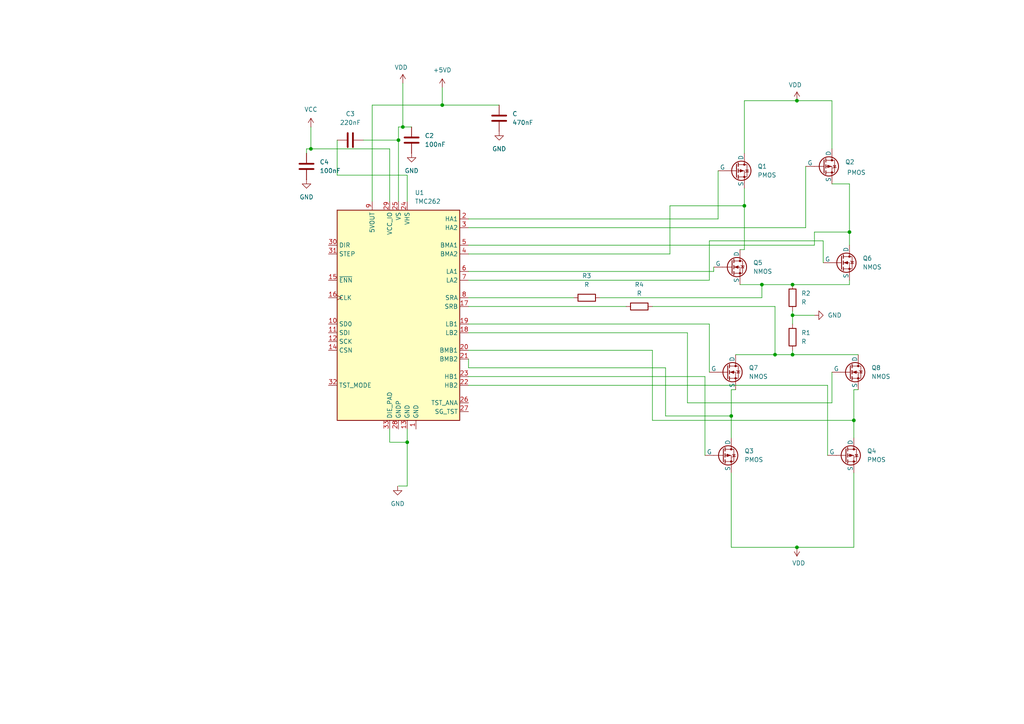
<source format=kicad_sch>
(kicad_sch (version 20231120) (generator "eeschema") (generator_version "8.0")
  (paper "A4")
  (lib_symbols
    (symbol "Device:C" (pin_numbers hide) (pin_names (offset 0.254))
      (property "Reference" "C" (at 0.635 2.54 0))
      (property "Value" "C" (at 0.635 -2.54 0))
      (symbol "C_0_1"
        (polyline (pts (xy -2.032 -0.762) (xy 2.032 -0.762)) (stroke (width 0.508)))
        (polyline (pts (xy -2.032 0.762) (xy 2.032 0.762)) (stroke (width 0.508)))
      )
      (symbol "C_1_1"
        (pin passive line (at 0 3.81 270) (length 2.794) (name "~") (number "1"))
        (pin passive line (at 0 -3.81 90) (length 2.794) (name "~") (number "2"))
      )
    )
    (symbol "Device:R" (pin_numbers hide) (pin_names (offset 0))
      (property "Reference" "R" (at 2.032 0 90))
      (property "Value" "R" (at 0 0 90))
      (symbol "R_0_1"
        (rectangle (start -1.016 -2.54) (end 1.016 2.54) (stroke (width 0.254)))
      )
      (symbol "R_1_1"
        (pin passive line (at 0 3.81 270) (length 1.27) (name "~") (number "1"))
        (pin passive line (at 0 -3.81 90) (length 1.27) (name "~") (number "2"))
      )
    )
    (symbol "Driver_Motor:TMC262"
      (property "Reference" "U" (at 0 0 0))
      (property "Value" "TMC262" (at 0 2.54 0))
      (symbol "TMC262_0_1"
        (rectangle (start -17.78 30.48) (end 17.78 -30.48) (stroke (width 0.254)) (fill (type background)))
      )
      (symbol "TMC262_1_1"
        (pin power_in line (at 5.08 -33.02 90) (length 2.54) (name "GND") (number "1"))
        (pin tri_state line (at -20.32 -2.54 0) (length 2.54) (name "SD0") (number "10"))
        (pin input line (at -20.32 -5.08 0) (length 2.54) (name "SDI") (number "11"))
        (pin input line (at -20.32 -7.62 0) (length 2.54) (name "SCK") (number "12"))
        (pin power_in line (at 2.54 -33.02 90) (length 2.54) (name "GND") (number "13"))
        (pin input line (at -20.32 -10.16 0) (length 2.54) (name "CSN") (number "14"))
        (pin input line (at -20.32 10.16 0) (length 2.54) (name "~{ENN}") (number "15"))
        (pin input clock (at -20.32 5.08 0) (length 2.54) (name "CLK") (number "16"))
        (pin input line (at 20.32 2.54 180) (length 2.54) (name "SRB") (number "17"))
        (pin output line (at 20.32 -5.08 180) (length 2.54) (name "LB2") (number "18"))
        (pin output line (at 20.32 -2.54 180) (length 2.54) (name "LB1") (number "19"))
        (pin output line (at 20.32 27.94 180) (length 2.54) (name "HA1") (number "2"))
        (pin input line (at 20.32 -10.16 180) (length 2.54) (name "BMB1") (number "20"))
        (pin input line (at 20.32 -12.7 180) (length 2.54) (name "BMB2") (number "21"))
        (pin output line (at 20.32 -20.32 180) (length 2.54) (name "HB2") (number "22"))
        (pin output line (at 20.32 -17.78 180) (length 2.54) (name "HB1") (number "23"))
        (pin power_in line (at 2.54 33.02 270) (length 2.54) (name "VHS") (number "24"))
        (pin power_in line (at 0 33.02 270) (length 2.54) (name "VS") (number "25"))
        (pin output line (at 20.32 -25.4 180) (length 2.54) (name "TST_ANA") (number "26"))
        (pin output line (at 20.32 -27.94 180) (length 2.54) (name "SG_TST") (number "27"))
        (pin power_in line (at 0 -33.02 90) (length 2.54) (name "GNDP") (number "28"))
        (pin power_in line (at -2.54 33.02 270) (length 2.54) (name "VCC_IO") (number "29"))
        (pin output line (at 20.32 25.4 180) (length 2.54) (name "HA2") (number "3"))
        (pin input line (at -20.32 20.32 0) (length 2.54) (name "DIR") (number "30"))
        (pin input line (at -20.32 17.78 0) (length 2.54) (name "STEP") (number "31"))
        (pin input line (at -20.32 -20.32 0) (length 2.54) (name "TST_MODE") (number "32"))
        (pin input line (at -2.54 -33.02 90) (length 2.54) (name "DIE_PAD") (number "33"))
        (pin input line (at 20.32 17.78 180) (length 2.54) (name "BMA2") (number "4"))
        (pin input line (at 20.32 20.32 180) (length 2.54) (name "BMA1") (number "5"))
        (pin output line (at 20.32 12.7 180) (length 2.54) (name "LA1") (number "6"))
        (pin output line (at 20.32 10.16 180) (length 2.54) (name "LA2") (number "7"))
        (pin input line (at 20.32 5.08 180) (length 2.54) (name "SRA") (number "8"))
        (pin power_out line (at -7.62 33.02 270) (length 2.54) (name "5VOUT") (number "9"))
      )
    )
    (symbol "Simulation_SPICE:NMOS" (pin_numbers hide) (pin_names (offset 0))
      (property "Reference" "Q" (at 5.08 1.27 0))
      (property "Value" "NMOS" (at 5.08 -1.27 0))
      (symbol "NMOS_0_1"
        (polyline (pts (xy 0.254 0) (xy -2.54 0)))
        (polyline (pts (xy 0.254 1.905) (xy 0.254 -1.905)) (stroke (width 0.254)))
        (polyline (pts (xy 0.762 -1.27) (xy 0.762 -2.286)) (stroke (width 0.254)))
        (polyline (pts (xy 0.762 0.508) (xy 0.762 -0.508)) (stroke (width 0.254)))
        (polyline (pts (xy 0.762 2.286) (xy 0.762 1.27)) (stroke (width 0.254)))
        (polyline (pts (xy 2.54 2.54) (xy 2.54 1.778)))
        (polyline (pts (xy 2.54 -2.54) (xy 2.54 0) (xy 0.762 0)))
        (polyline (pts (xy 0.762 -1.778) (xy 3.302 -1.778) (xy 3.302 1.778) (xy 0.762 1.778)))
        (polyline (pts (xy 1.016 0) (xy 2.032 0.381) (xy 2.032 -0.381) (xy 1.016 0)) (fill (type outline)))
        (polyline (pts (xy 2.794 0.508) (xy 2.921 0.381) (xy 3.683 0.381) (xy 3.81 0.254)))
        (polyline (pts (xy 3.302 0.381) (xy 2.921 -0.254) (xy 3.683 -0.254) (xy 3.302 0.381)))
        (circle (center 1.651 0) (radius 2.794) (stroke (width 0.254)))
        (circle (center 2.54 -1.778) (radius 0.254) (fill (type outline)))
        (circle (center 2.54 1.778) (radius 0.254) (fill (type outline)))
      )
      (symbol "NMOS_1_1"
        (pin passive line (at 2.54 5.08 270) (length 2.54) (name "D") (number "1"))
        (pin input line (at -5.08 0 0) (length 2.54) (name "G") (number "2"))
        (pin passive line (at 2.54 -5.08 90) (length 2.54) (name "S") (number "3"))
      )
    )
    (symbol "Simulation_SPICE:PMOS" (pin_numbers hide) (pin_names (offset 0))
      (property "Reference" "Q" (at 5.08 1.27 0))
      (property "Value" "PMOS" (at 5.08 -1.27 0))
      (symbol "PMOS_0_1"
        (polyline (pts (xy 0.254 0) (xy -2.54 0)))
        (polyline (pts (xy 0.254 1.905) (xy 0.254 -1.905)) (stroke (width 0.254)))
        (polyline (pts (xy 0.762 -1.27) (xy 0.762 -2.286)) (stroke (width 0.254)))
        (polyline (pts (xy 0.762 0.508) (xy 0.762 -0.508)) (stroke (width 0.254)))
        (polyline (pts (xy 0.762 2.286) (xy 0.762 1.27)) (stroke (width 0.254)))
        (polyline (pts (xy 2.54 2.54) (xy 2.54 1.778)))
        (polyline (pts (xy 2.54 -2.54) (xy 2.54 0) (xy 0.762 0)))
        (polyline (pts (xy 0.762 1.778) (xy 3.302 1.778) (xy 3.302 -1.778) (xy 0.762 -1.778)))
        (polyline (pts (xy 2.286 0) (xy 1.27 0.381) (xy 1.27 -0.381) (xy 2.286 0)) (fill (type outline)))
        (polyline (pts (xy 2.794 -0.508) (xy 2.921 -0.381) (xy 3.683 -0.381) (xy 3.81 -0.254)))
        (polyline (pts (xy 3.302 -0.381) (xy 2.921 0.254) (xy 3.683 0.254) (xy 3.302 -0.381)))
        (circle (center 1.651 0) (radius 2.794) (stroke (width 0.254)))
        (circle (center 2.54 -1.778) (radius 0.254) (fill (type outline)))
        (circle (center 2.54 1.778) (radius 0.254) (fill (type outline)))
      )
      (symbol "PMOS_1_1"
        (pin passive line (at 2.54 5.08 270) (length 2.54) (name "D") (number "1"))
        (pin input line (at -5.08 0 0) (length 2.54) (name "G") (number "2"))
        (pin passive line (at 2.54 -5.08 90) (length 2.54) (name "S") (number "3"))
      )
    )
    (symbol "power:+5VD" (power) (pin_numbers hide) (pin_names (offset 0) hide)
      (property "Value" "+5VD" (at 0 3.556 0))
      (symbol "+5VD_0_1"
        (polyline (pts (xy -0.762 1.27) (xy 0 2.54)))
        (polyline (pts (xy 0 0) (xy 0 2.54)))
        (polyline (pts (xy 0 2.54) (xy 0.762 1.27)))
      )
      (symbol "+5VD_1_1"
        (pin power_in line (at 0 0 90) (length 0) (name "~") (number "1"))
      )
    )
    (symbol "power:GND" (power) (pin_numbers hide) (pin_names (offset 0) hide)
      (property "Value" "GND" (at 0 -3.81 0))
      (symbol "GND_0_1"
        (polyline (pts (xy 0 0) (xy 0 -1.27) (xy 1.27 -1.27) (xy 0 -2.54) (xy -1.27 -1.27) (xy 0 -1.27)))
      )
      (symbol "GND_1_1"
        (pin power_in line (at 0 0 270) (length 0) (name "~") (number "1"))
      )
    )
    (symbol "power:VCC" (power) (pin_numbers hide) (pin_names (offset 0) hide)
      (property "Value" "VCC" (at 0 3.556 0))
      (symbol "VCC_0_1"
        (polyline (pts (xy -0.762 1.27) (xy 0 2.54)))
        (polyline (pts (xy 0 0) (xy 0 2.54)))
        (polyline (pts (xy 0 2.54) (xy 0.762 1.27)))
      )
      (symbol "VCC_1_1"
        (pin power_in line (at 0 0 90) (length 0) (name "~") (number "1"))
      )
    )
    (symbol "power:VDD" (power) (pin_numbers hide) (pin_names (offset 0) hide)
      (property "Value" "VDD" (at 0 3.556 0))
      (symbol "VDD_0_1"
        (polyline (pts (xy -0.762 1.27) (xy 0 2.54)))
        (polyline (pts (xy 0 0) (xy 0 2.54)))
        (polyline (pts (xy 0 2.54) (xy 0.762 1.27)))
      )
      (symbol "VDD_1_1"
        (pin power_in line (at 0 0 90) (length 0) (name "~") (number "1"))
      )
    )
  )
  (junction (at 229.87 102.87))
  (junction (at 224.79 102.87))
  (junction (at 115.57 40.64))
  (junction (at 220.98 82.55))
  (junction (at 246.38 67.31))
  (junction (at 118.11 128.27))
  (junction (at 231.14 158.75))
  (junction (at 212.09 120.65))
  (junction (at 229.87 91.44))
  (junction (at 247.65 121.92))
  (junction (at 128.27 30.48))
  (junction (at 215.9 59.69))
  (junction (at 116.84 36.83))
  (junction (at 229.87 82.55))
  (junction (at 231.14 29.21))
  (junction (at 90.17 43.18))
  (wire (pts (xy 246.38 81.28) (xy 246.38 82.55)))
  (wire (pts (xy 214.63 82.55) (xy 220.98 82.55)))
  (wire (pts (xy 115.57 140.97) (xy 118.11 140.97)))
  (wire (pts (xy 236.22 71.12) (xy 236.22 67.31)))
  (wire (pts (xy 205.74 69.85) (xy 238.76 69.85)))
  (wire (pts (xy 107.95 30.48) (xy 128.27 30.48)))
  (wire (pts (xy 173.99 86.36) (xy 220.98 86.36)))
  (wire (pts (xy 231.14 29.21) (xy 215.9 29.21)))
  (wire (pts (xy 212.09 113.03) (xy 213.36 113.03)))
  (wire (pts (xy 189.23 121.92) (xy 247.65 121.92)))
  (wire (pts (xy 246.38 67.31) (xy 246.38 71.12)))
  (wire (pts (xy 238.76 69.85) (xy 238.76 76.2)))
  (wire (pts (xy 229.87 91.44) (xy 229.87 93.98)))
  (wire (pts (xy 194.31 59.69) (xy 215.9 59.69)))
  (wire (pts (xy 231.14 158.75) (xy 247.65 158.75)))
  (wire (pts (xy 229.87 90.17) (xy 229.87 91.44)))
  (wire (pts (xy 90.17 36.83) (xy 90.17 43.18)))
  (wire (pts (xy 231.14 158.75) (xy 212.09 158.75)))
  (wire (pts (xy 220.98 82.55) (xy 220.98 86.36)))
  (wire (pts (xy 220.98 82.55) (xy 229.87 82.55)))
  (wire (pts (xy 213.36 102.87) (xy 224.79 102.87)))
  (wire (pts (xy 229.87 102.87) (xy 248.92 102.87)))
  (wire (pts (xy 118.11 140.97) (xy 118.11 128.27)))
  (wire (pts (xy 135.89 111.76) (xy 240.03 111.76)))
  (wire (pts (xy 128.27 30.48) (xy 144.78 30.48)))
  (wire (pts (xy 88.9 43.18) (xy 88.9 44.45)))
  (wire (pts (xy 116.84 24.13) (xy 116.84 36.83)))
  (wire (pts (xy 118.11 58.42) (xy 118.11 50.8)))
  (wire (pts (xy 224.79 102.87) (xy 229.87 102.87)))
  (wire (pts (xy 215.9 59.69) (xy 215.9 72.39)))
  (wire (pts (xy 215.9 29.21) (xy 215.9 44.45)))
  (wire (pts (xy 229.87 101.6) (xy 229.87 102.87)))
  (wire (pts (xy 212.09 120.65) (xy 212.09 113.03)))
  (wire (pts (xy 247.65 158.75) (xy 247.65 137.16)))
  (wire (pts (xy 135.89 78.74) (xy 207.01 78.74)))
  (wire (pts (xy 90.17 43.18) (xy 113.03 43.18)))
  (wire (pts (xy 199.39 116.84) (xy 241.3 116.84)))
  (wire (pts (xy 115.57 36.83) (xy 115.57 40.64)))
  (wire (pts (xy 135.89 101.6) (xy 189.23 101.6)))
  (wire (pts (xy 113.03 128.27) (xy 113.03 124.46)))
  (wire (pts (xy 135.89 63.5) (xy 208.28 63.5)))
  (wire (pts (xy 135.89 104.14) (xy 135.89 106.68)))
  (wire (pts (xy 241.3 116.84) (xy 241.3 107.95)))
  (wire (pts (xy 105.41 40.64) (xy 115.57 40.64)))
  (wire (pts (xy 215.9 72.39) (xy 214.63 72.39)))
  (wire (pts (xy 135.89 106.68) (xy 193.04 106.68)))
  (wire (pts (xy 231.14 29.21) (xy 241.3 29.21)))
  (wire (pts (xy 215.9 54.61) (xy 215.9 59.69)))
  (wire (pts (xy 205.74 93.98) (xy 205.74 107.95)))
  (wire (pts (xy 205.74 81.28) (xy 205.74 69.85)))
  (wire (pts (xy 135.89 93.98) (xy 205.74 93.98)))
  (wire (pts (xy 118.11 50.8) (xy 97.79 50.8)))
  (wire (pts (xy 113.03 43.18) (xy 113.03 58.42)))
  (wire (pts (xy 90.17 43.18) (xy 88.9 43.18)))
  (wire (pts (xy 199.39 96.52) (xy 199.39 116.84)))
  (wire (pts (xy 135.89 88.9) (xy 181.61 88.9)))
  (wire (pts (xy 135.89 66.04) (xy 233.68 66.04)))
  (wire (pts (xy 194.31 73.66) (xy 194.31 59.69)))
  (wire (pts (xy 236.22 67.31) (xy 246.38 67.31)))
  (wire (pts (xy 246.38 82.55) (xy 229.87 82.55)))
  (wire (pts (xy 212.09 127) (xy 212.09 120.65)))
  (wire (pts (xy 207.01 78.74) (xy 207.01 77.47)))
  (wire (pts (xy 208.28 63.5) (xy 208.28 49.53)))
  (wire (pts (xy 204.47 109.22) (xy 204.47 132.08)))
  (wire (pts (xy 115.57 40.64) (xy 115.57 58.42)))
  (wire (pts (xy 189.23 101.6) (xy 189.23 121.92)))
  (wire (pts (xy 189.23 88.9) (xy 224.79 88.9)))
  (wire (pts (xy 224.79 88.9) (xy 224.79 102.87)))
  (wire (pts (xy 118.11 128.27) (xy 118.11 124.46)))
  (wire (pts (xy 241.3 29.21) (xy 241.3 43.18)))
  (wire (pts (xy 135.89 81.28) (xy 205.74 81.28)))
  (wire (pts (xy 193.04 120.65) (xy 212.09 120.65)))
  (wire (pts (xy 135.89 96.52) (xy 199.39 96.52)))
  (wire (pts (xy 118.11 128.27) (xy 113.03 128.27)))
  (wire (pts (xy 193.04 106.68) (xy 193.04 120.65)))
  (wire (pts (xy 247.65 113.03) (xy 248.92 113.03)))
  (wire (pts (xy 135.89 73.66) (xy 194.31 73.66)))
  (wire (pts (xy 135.89 109.22) (xy 204.47 109.22)))
  (wire (pts (xy 135.89 86.36) (xy 166.37 86.36)))
  (wire (pts (xy 247.65 127) (xy 247.65 121.92)))
  (wire (pts (xy 116.84 36.83) (xy 119.38 36.83)))
  (wire (pts (xy 241.3 53.34) (xy 246.38 53.34)))
  (wire (pts (xy 116.84 36.83) (xy 115.57 36.83)))
  (wire (pts (xy 107.95 58.42) (xy 107.95 30.48)))
  (wire (pts (xy 128.27 25.4) (xy 128.27 30.48)))
  (wire (pts (xy 212.09 158.75) (xy 212.09 137.16)))
  (wire (pts (xy 247.65 121.92) (xy 247.65 113.03)))
  (wire (pts (xy 135.89 71.12) (xy 236.22 71.12)))
  (wire (pts (xy 240.03 111.76) (xy 240.03 132.08)))
  (wire (pts (xy 97.79 50.8) (xy 97.79 40.64)))
  (wire (pts (xy 246.38 53.34) (xy 246.38 67.31)))
  (wire (pts (xy 229.87 91.44) (xy 236.22 91.44)))
  (wire (pts (xy 233.68 66.04) (xy 233.68 48.26)))
  (symbol (lib_id "Simulation_SPICE:NMOS") (at 243.84 76.2 0) (unit 1)
    (property "Reference" "Q6" (at 250.19 74.9299 0) (effects (justify left)))
    (property "Value" "NMOS" (at 250.19 77.4699 0) (effects (justify left)))
    (property "Datasheet" "https://ngspice.sourceforge.io/docs/ngspice-html-manual/manual.xhtml#cha_MOSFETs" (effects (hide yes)))
    (property "Description" "N-MOSFET transistor, drain/source/gate" (effects (hide yes)))
    (property "Sim.Device" "NMOS" (effects (hide yes)))
    (property "Sim.Type" "VDMOS" (effects (hide yes)))
    (property "Sim.Pins" "1=D 2=G 3=S" (effects (hide yes)))
  )
  (symbol (lib_id "Simulation_SPICE:PMOS") (at 209.55 132.08 0) (unit 1)
    (property "Reference" "Q3" (at 215.9 130.8099 0) (effects (justify left)))
    (property "Value" "PMOS" (at 215.9 133.3499 0) (effects (justify left)))
    (property "Datasheet" "https://ngspice.sourceforge.io/docs/ngspice-html-manual/manual.xhtml#cha_MOSFETs" (effects (hide yes)))
    (property "Description" "P-MOSFET transistor, drain/source/gate" (effects (hide yes)))
    (property "Sim.Device" "PMOS" (effects (hide yes)))
    (property "Sim.Type" "VDMOS" (effects (hide yes)))
    (property "Sim.Pins" "1=D 2=G 3=S" (effects (hide yes)))
  )
  (symbol (lib_id "Simulation_SPICE:NMOS") (at 212.09 77.47 0) (unit 1)
    (property "Reference" "Q5" (at 218.44 76.1999 0) (effects (justify left)))
    (property "Value" "NMOS" (at 218.44 78.7399 0) (effects (justify left)))
    (property "Datasheet" "https://ngspice.sourceforge.io/docs/ngspice-html-manual/manual.xhtml#cha_MOSFETs" (effects (hide yes)))
    (property "Description" "N-MOSFET transistor, drain/source/gate" (effects (hide yes)))
    (property "Sim.Device" "NMOS" (effects (hide yes)))
    (property "Sim.Type" "VDMOS" (effects (hide yes)))
    (property "Sim.Pins" "1=D 2=G 3=S" (effects (hide yes)))
  )
  (symbol (lib_id "Simulation_SPICE:PMOS") (at 245.11 132.08 0) (unit 1)
    (property "Reference" "Q4" (at 251.46 130.8099 0) (effects (justify left)))
    (property "Value" "PMOS" (at 251.46 133.3499 0) (effects (justify left)))
    (property "Datasheet" "https://ngspice.sourceforge.io/docs/ngspice-html-manual/manual.xhtml#cha_MOSFETs" (effects (hide yes)))
    (property "Description" "P-MOSFET transistor, drain/source/gate" (effects (hide yes)))
    (property "Sim.Device" "PMOS" (effects (hide yes)))
    (property "Sim.Type" "VDMOS" (effects (hide yes)))
    (property "Sim.Pins" "1=D 2=G 3=S" (effects (hide yes)))
  )
  (symbol (lib_id "Device:C") (at 144.78 34.29 180) (unit 1)
    (property "Reference" "C" (at 148.59 33.0199 0) (effects (justify right)))
    (property "Value" "470nF" (at 148.59 35.5599 0) (effects (justify right)))
    (property "Description" "Unpolarized capacitor" (effects (hide yes)))
  )
  (symbol (lib_id "power:VCC") (at 90.17 36.83 0) (unit 1)
    (property "Reference" "#PWR08" (effects (hide yes)))
    (property "Value" "VCC" (at 90.17 31.75 0))
    (property "Description" "Power symbol creates a global label with name \"VCC\"" (effects (hide yes)))
  )
  (symbol (lib_id "power:GND") (at 115.3297 141.0249 0) (unit 1)
    (property "Reference" "#PWR09" (effects (hide yes)))
    (property "Value" "GND" (at 115.3297 146.1049 0))
    (property "Description" "Power symbol creates a global label with name \"GND\" , ground" (effects (hide yes)))
  )
  (symbol (lib_id "power:VDD") (at 231.14 29.21 0) (unit 1)
    (property "Reference" "#PWR02" (effects (hide yes)))
    (property "Value" "VDD" (at 230.632 24.638 0))
    (property "Description" "Power symbol creates a global label with name \"VDD\"" (effects (hide yes)))
  )
  (symbol (lib_id "power:GND") (at 119.38 44.45 0) (unit 1)
    (property "Reference" "#PWR07" (effects (hide yes)))
    (property "Value" "GND" (at 119.38 49.53 0))
    (property "Description" "Power symbol creates a global label with name \"GND\" , ground" (effects (hide yes)))
  )
  (symbol (lib_id "power:VDD") (at 231.14 158.75 180) (unit 1)
    (property "Reference" "#PWR04" (effects (hide yes)))
    (property "Value" "VDD" (at 231.648 163.322 0))
    (property "Description" "Power symbol creates a global label with name \"VDD\"" (effects (hide yes)))
  )
  (symbol (lib_id "power:GND") (at 236.22 91.44 90) (unit 1)
    (property "Reference" "#PWR05" (effects (hide yes)))
    (property "Value" "GND" (at 240.0428 91.4399 90) (effects (justify right)))
    (property "Description" "Power symbol creates a global label with name \"GND\" , ground" (effects (hide yes)))
  )
  (symbol (lib_id "Device:R") (at 170.18 86.36 270) (unit 1)
    (property "Reference" "R3" (at 170.18 80.01 90))
    (property "Value" "R" (at 170.18 82.55 90))
    (property "Description" "Resistor" (effects (hide yes)))
  )
  (symbol (lib_id "Device:R") (at 185.42 88.9 90) (unit 1)
    (property "Reference" "R4" (at 185.42 82.55 90))
    (property "Value" "R" (at 185.42 85.09 90))
    (property "Description" "Resistor" (effects (hide yes)))
  )
  (symbol (lib_id "power:GND") (at 144.78 38.1 0) (unit 1)
    (property "Reference" "#PWR01" (effects (hide yes)))
    (property "Value" "GND" (at 144.78 43.18 0))
    (property "Description" "Power symbol creates a global label with name \"GND\" , ground" (effects (hide yes)))
  )
  (symbol (lib_id "Device:C") (at 119.38 40.64 180) (unit 1)
    (property "Reference" "C2" (at 123.19 39.3699 0) (effects (justify right)))
    (property "Value" "100nF" (at 123.19 41.9099 0) (effects (justify right)))
    (property "Description" "Unpolarized capacitor" (effects (hide yes)))
  )
  (symbol (lib_id "Simulation_SPICE:PMOS") (at 213.36 49.53 0) (unit 1)
    (property "Reference" "Q1" (at 219.71 48.2599 0) (effects (justify left)))
    (property "Value" "PMOS" (at 219.71 50.7999 0) (effects (justify left)))
    (property "Datasheet" "https://ngspice.sourceforge.io/docs/ngspice-html-manual/manual.xhtml#cha_MOSFETs" (effects (hide yes)))
    (property "Description" "P-MOSFET transistor, drain/source/gate" (effects (hide yes)))
    (property "Sim.Device" "PMOS" (effects (hide yes)))
    (property "Sim.Type" "VDMOS" (effects (hide yes)))
    (property "Sim.Pins" "1=D 2=G 3=S" (effects (hide yes)))
  )
  (symbol (lib_id "Simulation_SPICE:PMOS") (at 238.76 48.26 0) (unit 1)
    (property "Reference" "Q2" (at 245.11 46.9899 0) (effects (justify left)))
    (property "Value" "PMOS" (at 245.618 50.038 0) (effects (justify left)))
    (property "Datasheet" "https://ngspice.sourceforge.io/docs/ngspice-html-manual/manual.xhtml#cha_MOSFETs" (effects (hide yes)))
    (property "Description" "P-MOSFET transistor, drain/source/gate" (effects (hide yes)))
    (property "Sim.Device" "PMOS" (effects (hide yes)))
    (property "Sim.Type" "VDMOS" (effects (hide yes)))
    (property "Sim.Pins" "1=D 2=G 3=S" (effects (hide yes)))
  )
  (symbol (lib_id "Driver_Motor:TMC262") (at 115.57 91.44 0) (unit 1)
    (property "Reference" "U1" (at 120.3041 55.88 0) (effects (justify left)))
    (property "Value" "TMC262" (at 120.3041 58.42 0) (effects (justify left)))
    (property "Footprint" "Package_DFN_QFN:QFN-32-1EP_5x5mm_P0.5mm_EP3.45x3.45mm" (effects (hide yes)))
    (property "Datasheet" "https://www.trinamic.com/fileadmin/assets/Products/ICs_Documents/TMC262_Datasheet.pdf" (effects (hide yes)))
    (property "Description" "Driver for two-phase stepper motors with external mosfet" (effects (hide yes)))
  )
  (symbol (lib_id "Device:R") (at 229.87 97.79 0) (unit 1)
    (property "Reference" "R1" (at 232.41 96.5199 0) (effects (justify left)))
    (property "Value" "R" (at 232.41 99.0599 0) (effects (justify left)))
    (property "Description" "Resistor" (effects (hide yes)))
  )
  (symbol (lib_id "power:+5VD") (at 128.27 25.4 0) (unit 1)
    (property "Reference" "#PWR03" (effects (hide yes)))
    (property "Value" "+5VD" (at 128.27 20.32 0))
    (property "Description" "Power symbol creates a global label with name \"+5VD\"" (effects (hide yes)))
  )
  (symbol (lib_id "Device:R") (at 229.87 86.36 0) (unit 1)
    (property "Reference" "R2" (at 232.41 85.0899 0) (effects (justify left)))
    (property "Value" "R" (at 232.41 87.6299 0) (effects (justify left)))
    (property "Description" "Resistor" (effects (hide yes)))
  )
  (symbol (lib_id "power:VDD") (at 116.84 24.13 0) (unit 1)
    (property "Reference" "#PWR06" (effects (hide yes)))
    (property "Value" "VDD" (at 116.332 19.558 0))
    (property "Description" "Power symbol creates a global label with name \"VDD\"" (effects (hide yes)))
  )
  (symbol (lib_id "power:GND") (at 88.9 52.07 0) (unit 1)
    (property "Reference" "#PWR010" (effects (hide yes)))
    (property "Value" "GND" (at 88.9 57.15 0))
    (property "Description" "Power symbol creates a global label with name \"GND\" , ground" (effects (hide yes)))
  )
  (symbol (lib_id "Device:C") (at 88.9 48.26 180) (unit 1)
    (property "Reference" "C4" (at 92.71 46.9899 0) (effects (justify right)))
    (property "Value" "100nF" (at 92.71 49.5299 0) (effects (justify right)))
    (property "Description" "Unpolarized capacitor" (effects (hide yes)))
  )
  (symbol (lib_id "Simulation_SPICE:NMOS") (at 210.82 107.95 0) (unit 1)
    (property "Reference" "Q7" (at 217.17 106.6799 0) (effects (justify left)))
    (property "Value" "NMOS" (at 217.17 109.2199 0) (effects (justify left)))
    (property "Datasheet" "https://ngspice.sourceforge.io/docs/ngspice-html-manual/manual.xhtml#cha_MOSFETs" (effects (hide yes)))
    (property "Description" "N-MOSFET transistor, drain/source/gate" (effects (hide yes)))
    (property "Sim.Device" "NMOS" (effects (hide yes)))
    (property "Sim.Type" "VDMOS" (effects (hide yes)))
    (property "Sim.Pins" "1=D 2=G 3=S" (effects (hide yes)))
  )
  (symbol (lib_id "Device:C") (at 101.6 40.64 90) (unit 1)
    (property "Reference" "C3" (at 101.6 33.02 90))
    (property "Value" "220nF" (at 101.6 35.56 90))
    (property "Description" "Unpolarized capacitor" (effects (hide yes)))
  )
  (symbol (lib_id "Simulation_SPICE:NMOS") (at 246.38 107.95 0) (unit 1)
    (property "Reference" "Q8" (at 252.73 106.6799 0) (effects (justify left)))
    (property "Value" "NMOS" (at 252.73 109.2199 0) (effects (justify left)))
    (property "Datasheet" "https://ngspice.sourceforge.io/docs/ngspice-html-manual/manual.xhtml#cha_MOSFETs" (effects (hide yes)))
    (property "Description" "N-MOSFET transistor, drain/source/gate" (effects (hide yes)))
    (property "Sim.Device" "NMOS" (effects (hide yes)))
    (property "Sim.Type" "VDMOS" (effects (hide yes)))
    (property "Sim.Pins" "1=D 2=G 3=S" (effects (hide yes)))
  )
)
</source>
